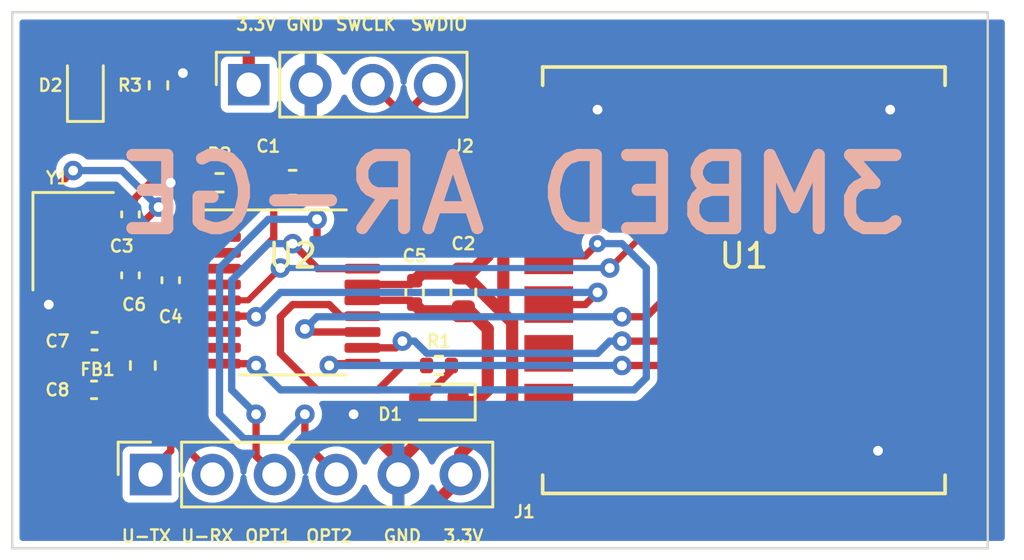
<source format=kicad_pcb>
(kicad_pcb (version 20211014) (generator pcbnew)
  (layers (0 "F.Cu" signal) (31 "B.Cu" signal) (34 "B.Paste" user) (35 "F.Paste" user) (36 "B.SilkS" user "B.Silkscreen") (37 "F.SilkS" user "F.Silkscreen") (38 "B.Mask" user) (39 "F.Mask" user) (44 "Edge.Cuts" user))
  (net 0 "")
  (net 1 "GND")
  (net 2 "Net-(C1-Pad2)")
  (net 3 "+3.3V")
  (net 4 "OSC32_IN")
  (net 5 "+3.3VA")
  (net 6 "OSC32_OUT")
  (net 7 "Net-(D1-Pad2)")
  (net 8 "Net-(D2-Pad1)")
  (net 9 "USART1-TX")
  (net 10 "USART1-RX")
  (net 11 "Optional-1")
  (net 12 "Optional-2")
  (net 13 "SWCLK")
  (net 14 "SWDIO")
  (net 15 "LED1")
  (net 16 "Net-(R2-Pad2)")
  (net 17 "LORA-RESET")
  (net 18 "LORA-DIO0")
  (net 24 "SPI1-SCK")
  (net 25 "SPI1-MISO")
  (net 26 "SPI1-MOSI")
  (net 27 "LORA-NSS")
  (footprint "LED_SMD:LED_0603_1608Metric" (layer "F.Cu") (at 180 93.5 90)
    (fp_text reference "D2" (at 0 -1.43 180) (layer "F.SilkS") (effects (font (size 0.5 0.5) (thickness 0.1))))
    (fp_text value "LED" hide)
    (fp_line (start 0.8 -0.735) (end -1.485 -0.735) (layer "F.SilkS") (width 0.12))
    (fp_line (start -1.485 -0.735) (end -1.485 0.735) (layer "F.SilkS") (width 0.12))
    (fp_line (start -1.485 0.735) (end 0.8 0.735) (layer "F.SilkS") (width 0.12))
    (pad "1" smd roundrect (at -0.7875 0 90) (size 0.875 0.95) (layers "F.Cu" "F.Paste" "F.Mask") (net 8 "Net-(D2-Pad1)"))
    (pad "2" smd roundrect (at 0.7875 0 90) (size 0.875 0.95) (layers "F.Cu" "F.Paste" "F.Mask") (net 3 "+3.3V"))
  )
  (footprint "Capacitor_SMD:C_0402_1005Metric" (layer "F.Cu") (at 180.37625 104 180)
    (fp_text reference "C7" (at 1.52 0) (layer "F.SilkS") (effects (font (size 0.5 0.5) (thickness 0.1))))
    (fp_text value "1u" hide)
    (fp_line (start -0.107836 0.36) (end 0.107836 0.36) (layer "F.SilkS") (width 0.12))
    (fp_line (start -0.107836 -0.36) (end 0.107836 -0.36) (layer "F.SilkS") (width 0.12))
    (pad "1" smd roundrect (at -0.48 0 180) (size 0.56 0.62) (layers "F.Cu" "F.Paste" "F.Mask") (net 5 "+3.3VA"))
    (pad "2" smd roundrect (at 0.48 0 180) (size 0.56 0.62) (layers "F.Cu" "F.Paste" "F.Mask") (net 1 "GND"))
  )
  (footprint "Inductor_SMD:L_0603_1608Metric" (layer "F.Cu") (at 182.35625 105 -90)
    (fp_text reference "FB1" (at 0.162779 1.85625 180) (layer "F.SilkS") (effects (font (size 0.5 0.5) (thickness 0.1))))
    (fp_text value "120R" hide)
    (fp_line (start -0.162779 0.51) (end 0.162779 0.51) (layer "F.SilkS") (width 0.12))
    (fp_line (start -0.162779 -0.51) (end 0.162779 -0.51) (layer "F.SilkS") (width 0.12))
    (pad "1" smd roundrect (at -0.7875 0 270) (size 0.875 0.95) (layers "F.Cu" "F.Paste" "F.Mask") (net 5 "+3.3VA"))
    (pad "2" smd roundrect (at 0.7875 0 270) (size 0.875 0.95) (layers "F.Cu" "F.Paste" "F.Mask") (net 3 "+3.3V"))
  )
  (footprint "Crystal:Crystal_SMD_3225-4Pin_3.2x2.5mm" (layer "F.Cu") (at 179.5 99.9 -90)
    (fp_text reference "Y1" (at -2.6 0.65 180) (layer "F.SilkS") (effects (font (size 0.5 0.5) (thickness 0.1))))
    (fp_text value "16MHz" hide)
    (fp_line (start -2 1.65) (end 2 1.65) (layer "F.SilkS") (width 0.12))
    (fp_line (start -2 -1.65) (end -2 1.65) (layer "F.SilkS") (width 0.12))
    (pad "1" smd rect (at -1.1 0.85 270) (size 1.4 1.2) (layers "F.Cu" "F.Paste" "F.Mask") (net 4 "OSC32_IN"))
    (pad "2" smd rect (at 1.1 0.85 270) (size 1.4 1.2) (layers "F.Cu" "F.Paste" "F.Mask") (net 1 "GND"))
    (pad "3" smd rect (at 1.1 -0.85 270) (size 1.4 1.2) (layers "F.Cu" "F.Paste" "F.Mask") (net 6 "OSC32_OUT"))
    (pad "4" smd rect (at -1.1 -0.85 270) (size 1.4 1.2) (layers "F.Cu" "F.Paste" "F.Mask") (net 1 "GND"))
  )
  (footprint "RF_Module:Ai-Thinker-Ra-01-LoRa" (layer "F.Cu") (at 207 101.5)
    (fp_text reference "U1" (at 0 -1) (layer "F.SilkS"))
    (fp_text value "Ai-Thinker-Ra-02" hide)
    (fp_line (start 8.25 8.75) (end 8.25 8) (layer "F.SilkS") (width 0.15))
    (fp_line (start 8.25 -8.75) (end 8.25 -8) (layer "F.SilkS") (width 0.15))
    (fp_line (start -8.25 8.75) (end 8.25 8.75) (layer "F.SilkS") (width 0.15))
    (fp_line (start -8.25 -8.75) (end 8.25 -8.75) (layer "F.SilkS") (width 0.15))
    (fp_line (start -8.25 -8) (end -8.25 -8.75) (layer "F.SilkS") (width 0.15))
    (fp_line (start -8.25 8) (end -8.25 8.75) (layer "F.SilkS") (width 0.15))
    (pad "1" smd rect (at -8 -7) (size 2 1.5) (layers "F.Cu" "F.Paste" "F.Mask") (net 1 "GND"))
    (pad "2" smd rect (at -8 -5) (size 2 1.5) (layers "F.Cu" "F.Paste" "F.Mask") (net 1 "GND"))
    (pad "3" smd rect (at -8 -3) (size 2 1.5) (layers "F.Cu" "F.Paste" "F.Mask") (net 3 "+3.3V"))
    (pad "4" smd rect (at -8 -1) (size 2 1.5) (layers "F.Cu" "F.Paste" "F.Mask") (net 17 "LORA-RESET"))
    (pad "5" smd rect (at -8 1) (size 2 1.5) (layers "F.Cu" "F.Paste" "F.Mask") (net 18 "LORA-DIO0"))
    (pad "6" smd rect (at -8 3) (size 2 1.5) (layers "F.Cu" "F.Paste" "F.Mask"))
    (pad "7" smd rect (at -8 5) (size 2 1.5) (layers "F.Cu" "F.Paste" "F.Mask"))
    (pad "8" smd rect (at -8 7) (size 2 1.5) (layers "F.Cu" "F.Paste" "F.Mask"))
    (pad "9" smd rect (at 8 7) (size 2 1.5) (layers "F.Cu" "F.Paste" "F.Mask") (net 1 "GND"))
    (pad "10" smd rect (at 8 5) (size 2 1.5) (layers "F.Cu" "F.Paste" "F.Mask"))
    (pad "11" smd rect (at 8 3) (size 2 1.5) (layers "F.Cu" "F.Paste" "F.Mask"))
    (pad "12" smd rect (at 8 1) (size 2 1.5) (layers "F.Cu" "F.Paste" "F.Mask") (net 24 "SPI1-SCK"))
    (pad "13" smd rect (at 8 -1) (size 2 1.5) (layers "F.Cu" "F.Paste" "F.Mask") (net 25 "SPI1-MISO"))
    (pad "14" smd rect (at 8 -3) (size 2 1.5) (layers "F.Cu" "F.Paste" "F.Mask") (net 26 "SPI1-MOSI"))
    (pad "15" smd rect (at 8 -5) (size 2 1.5) (layers "F.Cu" "F.Paste" "F.Mask") (net 27 "LORA-NSS"))
    (pad "16" smd rect (at 8 -7) (size 2 1.5) (layers "F.Cu" "F.Paste" "F.Mask") (net 1 "GND"))
  )
  (footprint "Package_SO:TSSOP-20_4.4x6.5mm_P0.65mm" (layer "F.Cu") (at 188.5 102)
    (fp_text reference "U2" (at 0 -1.5) (layer "F.SilkS"))
    (fp_text value "STM32F030F4Px" hide)
    (fp_line (start 0 3.385) (end 2.2 3.385) (layer "F.SilkS") (width 0.12))
    (fp_line (start 0 -3.385) (end 2.2 -3.385) (layer "F.SilkS") (width 0.12))
    (fp_line (start 0 -3.385) (end -3.6 -3.385) (layer "F.SilkS") (width 0.12))
    (fp_line (start 0 3.385) (end -2.2 3.385) (layer "F.SilkS") (width 0.12))
    (pad "1" smd roundrect (at -2.8625 -2.925) (size 1.475 0.4) (layers "F.Cu" "F.Paste" "F.Mask") (net 16 "Net-(R2-Pad2)"))
    (pad "2" smd roundrect (at -2.8625 -2.275) (size 1.475 0.4) (layers "F.Cu" "F.Paste" "F.Mask") (net 4 "OSC32_IN"))
    (pad "3" smd roundrect (at -2.8625 -1.625) (size 1.475 0.4) (layers "F.Cu" "F.Paste" "F.Mask") (net 6 "OSC32_OUT"))
    (pad "4" smd roundrect (at -2.8625 -0.975) (size 1.475 0.4) (layers "F.Cu" "F.Paste" "F.Mask") (net 2 "Net-(C1-Pad2)"))
    (pad "5" smd roundrect (at -2.8625 -0.325) (size 1.475 0.4) (layers "F.Cu" "F.Paste" "F.Mask") (net 5 "+3.3VA"))
    (pad "6" smd roundrect (at -2.8625 0.325) (size 1.475 0.4) (layers "F.Cu" "F.Paste" "F.Mask") (net 27 "LORA-NSS"))
    (pad "7" smd roundrect (at -2.8625 0.975) (size 1.475 0.4) (layers "F.Cu" "F.Paste" "F.Mask") (net 18 "LORA-DIO0"))
    (pad "8" smd roundrect (at -2.8625 1.625) (size 1.475 0.4) (layers "F.Cu" "F.Paste" "F.Mask") (net 9 "USART1-TX"))
    (pad "9" smd roundrect (at -2.8625 2.275) (size 1.475 0.4) (layers "F.Cu" "F.Paste" "F.Mask") (net 10 "USART1-RX"))
    (pad "10" smd roundrect (at -2.8625 2.925) (size 1.475 0.4) (layers "F.Cu" "F.Paste" "F.Mask") (net 17 "LORA-RESET"))
    (pad "11" smd roundrect (at 2.8625 2.925) (size 1.475 0.4) (layers "F.Cu" "F.Paste" "F.Mask") (net 24 "SPI1-SCK"))
    (pad "12" smd roundrect (at 2.8625 2.275) (size 1.475 0.4) (layers "F.Cu" "F.Paste" "F.Mask") (net 25 "SPI1-MISO"))
    (pad "13" smd roundrect (at 2.8625 1.625) (size 1.475 0.4) (layers "F.Cu" "F.Paste" "F.Mask") (net 26 "SPI1-MOSI"))
    (pad "14" smd roundrect (at 2.8625 0.975) (size 1.475 0.4) (layers "F.Cu" "F.Paste" "F.Mask") (net 15 "LED1"))
    (pad "15" smd roundrect (at 2.8625 0.325) (size 1.475 0.4) (layers "F.Cu" "F.Paste" "F.Mask") (net 1 "GND"))
    (pad "16" smd roundrect (at 2.8625 -0.325) (size 1.475 0.4) (layers "F.Cu" "F.Paste" "F.Mask") (net 3 "+3.3V"))
    (pad "17" smd roundrect (at 2.8625 -0.975) (size 1.475 0.4) (layers "F.Cu" "F.Paste" "F.Mask") (net 11 "Optional-1"))
    (pad "18" smd roundrect (at 2.8625 -1.625) (size 1.475 0.4) (layers "F.Cu" "F.Paste" "F.Mask") (net 12 "Optional-2"))
    (pad "19" smd roundrect (at 2.8625 -2.275) (size 1.475 0.4) (layers "F.Cu" "F.Paste" "F.Mask") (net 14 "SWDIO"))
    (pad "20" smd roundrect (at 2.8625 -2.925) (size 1.475 0.4) (layers "F.Cu" "F.Paste" "F.Mask") (net 13 "SWCLK"))
  )
  (footprint "Connector_PinSocket_2.54mm:PinSocket_1x04_P2.54mm_Vertical" (layer "F.Cu") (at 186.7 93.475 90)
    (fp_text reference "J2" (at -2.525 8.8 180) (layer "F.SilkS") (effects (font (size 0.5 0.5) (thickness 0.1))))
    (fp_text value "Conn_01x04_Female" hide)
    (fp_line (start 1.33 -1.33) (end 1.33 0) (layer "F.SilkS") (width 0.12))
    (fp_line (start 1.33 1.27) (end 1.33 8.95) (layer "F.SilkS") (width 0.12))
    (fp_line (start 0 -1.33) (end 1.33 -1.33) (layer "F.SilkS") (width 0.12))
    (fp_line (start -1.33 8.95) (end 1.33 8.95) (layer "F.SilkS") (width 0.12))
    (fp_line (start -1.33 1.27) (end 1.33 1.27) (layer "F.SilkS") (width 0.12))
    (fp_line (start -1.33 1.27) (end -1.33 8.95) (layer "F.SilkS") (width 0.12))
    (pad "1" thru_hole rect (at 0 0 90) (size 1.7 1.7) (drill 1) (layers *.Cu *.Mask) (net 3 "+3.3V"))
    (pad "2" thru_hole oval (at 0 2.54 90) (size 1.7 1.7) (drill 1) (layers *.Cu *.Mask) (net 1 "GND"))
    (pad "3" thru_hole oval (at 0 5.08 90) (size 1.7 1.7) (drill 1) (layers *.Cu *.Mask) (net 13 "SWCLK"))
    (pad "4" thru_hole oval (at 0 7.62 90) (size 1.7 1.7) (drill 1) (layers *.Cu *.Mask) (net 14 "SWDIO"))
  )
  (footprint "Capacitor_SMD:C_0603_1608Metric" (layer "F.Cu") (at 188.5 97.5 180)
    (fp_text reference "C1" (at 1 1.5) (layer "F.SilkS") (effects (font (size 0.5 0.5) (thickness 0.1))))
    (fp_text value "100n" hide)
    (fp_line (start -0.14058 -0.51) (end 0.14058 -0.51) (layer "F.SilkS") (width 0.12))
    (fp_line (start -0.14058 0.51) (end 0.14058 0.51) (layer "F.SilkS") (width 0.12))
    (pad "1" smd roundrect (at -0.775 0 180) (size 0.9 0.95) (layers "F.Cu" "F.Paste" "F.Mask") (net 1 "GND"))
    (pad "2" smd roundrect (at 0.775 0 180) (size 0.9 0.95) (layers "F.Cu" "F.Paste" "F.Mask") (net 2 "Net-(C1-Pad2)"))
  )
  (footprint "LED_SMD:LED_0603_1608Metric" (layer "F.Cu") (at 194.5 106.5 180)
    (fp_text reference "D1" (at 2 -0.5) (layer "F.SilkS") (effects (font (size 0.5 0.5) (thickness 0.1))))
    (fp_text value "LED" hide)
    (fp_line (start -1.485 -0.735) (end -1.485 0.735) (layer "F.SilkS") (width 0.12))
    (fp_line (start -1.485 0.735) (end 0.8 0.735) (layer "F.SilkS") (width 0.12))
    (fp_line (start 0.8 -0.735) (end -1.485 -0.735) (layer "F.SilkS") (width 0.12))
    (pad "1" smd roundrect (at -0.7875 0 180) (size 0.875 0.95) (layers "F.Cu" "F.Paste" "F.Mask") (net 1 "GND"))
    (pad "2" smd roundrect (at 0.7875 0 180) (size 0.875 0.95) (layers "F.Cu" "F.Paste" "F.Mask") (net 7 "Net-(D1-Pad2)"))
  )
  (footprint "Capacitor_SMD:C_0603_1608Metric" (layer "F.Cu") (at 195.5 102 -90)
    (fp_text reference "C2" (at -2 0 180) (layer "F.SilkS") (effects (font (size 0.5 0.5) (thickness 0.1))))
    (fp_text value "10u" hide)
    (fp_line (start -0.14058 -0.51) (end 0.14058 -0.51) (layer "F.SilkS") (width 0.12))
    (fp_line (start -0.14058 0.51) (end 0.14058 0.51) (layer "F.SilkS") (width 0.12))
    (pad "1" smd roundrect (at -0.775 0 270) (size 0.9 0.95) (layers "F.Cu" "F.Paste" "F.Mask") (net 3 "+3.3V"))
    (pad "2" smd roundrect (at 0.775 0 270) (size 0.9 0.95) (layers "F.Cu" "F.Paste" "F.Mask") (net 1 "GND"))
  )
  (footprint "Resistor_SMD:R_0402_1005Metric" (layer "F.Cu") (at 183 93.5 90)
    (fp_text reference "R3" (at 0 -1.17 180) (layer "F.SilkS") (effects (font (size 0.5 0.5) (thickness 0.1))))
    (fp_text value "330R" hide)
    (fp_line (start -0.153641 0.38) (end 0.153641 0.38) (layer "F.SilkS") (width 0.12))
    (fp_line (start -0.153641 -0.38) (end 0.153641 -0.38) (layer "F.SilkS") (width 0.12))
    (pad "1" smd roundrect (at -0.51 0 90) (size 0.54 0.64) (layers "F.Cu" "F.Paste" "F.Mask") (net 8 "Net-(D2-Pad1)"))
    (pad "2" smd roundrect (at 0.51 0 90) (size 0.54 0.64) (layers "F.Cu" "F.Paste" "F.Mask") (net 1 "GND"))
  )
  (footprint "Resistor_SMD:R_0402_1005Metric" (layer "F.Cu") (at 185.5 97.5)
    (fp_text reference "R2" (at 0 -1.17) (layer "F.SilkS") (effects (font (size 0.5 0.5) (thickness 0.1))))
    (fp_text value "R" hide)
    (fp_line (start -0.153641 0.38) (end 0.153641 0.38) (layer "F.SilkS") (width 0.12))
    (fp_line (start -0.153641 -0.38) (end 0.153641 -0.38) (layer "F.SilkS") (width 0.12))
    (pad "1" smd roundrect (at -0.51 0) (size 0.54 0.64) (layers "F.Cu" "F.Paste" "F.Mask") (net 1 "GND"))
    (pad "2" smd roundrect (at 0.51 0) (size 0.54 0.64) (layers "F.Cu" "F.Paste" "F.Mask") (net 16 "Net-(R2-Pad2)"))
  )
  (footprint "Capacitor_SMD:C_0402_1005Metric" (layer "F.Cu") (at 183.5 101.5 90)
    (fp_text reference "C4" (at -1.5 0 180) (layer "F.SilkS") (effects (font (size 0.5 0.5) (thickness 0.1))))
    (fp_text value "10n" hide)
    (fp_line (start -0.107836 -0.36) (end 0.107836 -0.36) (layer "F.SilkS") (width 0.12))
    (fp_line (start -0.107836 0.36) (end 0.107836 0.36) (layer "F.SilkS") (width 0.12))
    (pad "1" smd roundrect (at -0.48 0 90) (size 0.56 0.62) (layers "F.Cu" "F.Paste" "F.Mask") (net 5 "+3.3VA"))
    (pad "2" smd roundrect (at 0.48 0 90) (size 0.56 0.62) (layers "F.Cu" "F.Paste" "F.Mask") (net 1 "GND"))
  )
  (footprint "Capacitor_SMD:C_0402_1005Metric" (layer "F.Cu") (at 181.85 101.3 -90)
    (fp_text reference "C6" (at 1.2 -0.15) (layer "F.SilkS") (effects (font (size 0.5 0.5) (thickness 0.1))))
    (fp_text value "10p" hide)
    (fp_line (start -0.107836 -0.36) (end 0.107836 -0.36) (layer "F.SilkS") (width 0.12))
    (fp_line (start -0.107836 0.36) (end 0.107836 0.36) (layer "F.SilkS") (width 0.12))
    (pad "1" smd roundrect (at -0.48 0 270) (size 0.56 0.62) (layers "F.Cu" "F.Paste" "F.Mask") (net 6 "OSC32_OUT"))
    (pad "2" smd roundrect (at 0.48 0 270) (size 0.56 0.62) (layers "F.Cu" "F.Paste" "F.Mask") (net 1 "GND"))
  )
  (footprint "Capacitor_SMD:C_0402_1005Metric" (layer "F.Cu") (at 181.85 98.8 90)
    (fp_text reference "C3" (at -1.3 -0.36) (layer "F.SilkS") (effects (font (size 0.5 0.5) (thickness 0.1))))
    (fp_text value "10p" hide)
    (fp_line (start -0.107836 -0.36) (end 0.107836 -0.36) (layer "F.SilkS") (width 0.12))
    (fp_line (start -0.107836 0.36) (end 0.107836 0.36) (layer "F.SilkS") (width 0.12))
    (pad "1" smd roundrect (at -0.48 0 90) (size 0.56 0.62) (layers "F.Cu" "F.Paste" "F.Mask") (net 4 "OSC32_IN"))
    (pad "2" smd roundrect (at 0.48 0 90) (size 0.56 0.62) (layers "F.Cu" "F.Paste" "F.Mask") (net 1 "GND"))
  )
  (footprint "Connector_PinSocket_2.54mm:PinSocket_1x06_P2.54mm_Vertical" (layer "F.Cu") (at 182.675 109.475 90)
    (fp_text reference "J1" (at -1.525 15.325) (layer "F.SilkS") (effects (font (size 0.5 0.5) (thickness 0.1))))
    (fp_text value "Conn_01x06_Female" hide)
    (fp_line (start 1.33 1.27) (end 1.33 14.03) (layer "F.SilkS") (width 0.12))
    (fp_line (start 1.33 -1.33) (end 1.33 0) (layer "F.SilkS") (width 0.12))
    (fp_line (start -1.33 1.27) (end 1.33 1.27) (layer "F.SilkS") (width 0.12))
    (fp_line (start -1.33 1.27) (end -1.33 14.03) (layer "F.SilkS") (width 0.12))
    (fp_line (start -1.33 14.03) (end 1.33 14.03) (layer "F.SilkS") (width 0.12))
    (fp_line (start 0 -1.33) (end 1.33 -1.33) (layer "F.SilkS") (width 0.12))
    (pad "1" thru_hole rect (at 0 0 90) (size 1.7 1.7) (drill 1) (layers *.Cu *.Mask) (net 9 "USART1-TX"))
    (pad "2" thru_hole oval (at 0 2.54 90) (size 1.7 1.7) (drill 1) (layers *.Cu *.Mask) (net 10 "USART1-RX"))
    (pad "3" thru_hole oval (at 0 5.08 90) (size 1.7 1.7) (drill 1) (layers *.Cu *.Mask) (net 11 "Optional-1"))
    (pad "4" thru_hole oval (at 0 7.62 90) (size 1.7 1.7) (drill 1) (layers *.Cu *.Mask) (net 12 "Optional-2"))
    (pad "5" thru_hole oval (at 0 10.16 90) (size 1.7 1.7) (drill 1) (layers *.Cu *.Mask) (net 1 "GND"))
    (pad "6" thru_hole oval (at 0 12.7 90) (size 1.7 1.7) (drill 1) (layers *.Cu *.Mask) (net 3 "+3.3V"))
  )
  (footprint "Resistor_SMD:R_0402_1005Metric" (layer "F.Cu") (at 194.5 105 180)
    (fp_text reference "R1" (at 0 1) (layer "F.SilkS") (effects (font (size 0.5 0.5) (thickness 0.1))))
    (fp_text value "330R" hide)
    (fp_line (start -0.153641 0.38) (end 0.153641 0.38) (layer "F.SilkS") (width 0.12))
    (fp_line (start -0.153641 -0.38) (end 0.153641 -0.38) (layer "F.SilkS") (width 0.12))
    (pad "1" smd roundrect (at -0.51 0 180) (size 0.54 0.64) (layers "F.Cu" "F.Paste" "F.Mask") (net 7 "Net-(D1-Pad2)"))
    (pad "2" smd roundrect (at 0.51 0 180) (size 0.54 0.64) (layers "F.Cu" "F.Paste" "F.Mask") (net 15 "LED1"))
  )
  (footprint "Capacitor_SMD:C_0402_1005Metric" (layer "F.Cu") (at 193.5 102 -90)
    (fp_text reference "C5" (at -1.5 0 180) (layer "F.SilkS") (effects (font (size 0.5 0.5) (thickness 0.1))))
    (fp_text value "100n" hide)
    (fp_line (start -0.107836 0.36) (end 0.107836 0.36) (layer "F.SilkS") (width 0.12))
    (fp_line (start -0.107836 -0.36) (end 0.107836 -0.36) (layer "F.SilkS") (width 0.12))
    (pad "1" smd roundrect (at -0.48 0 270) (size 0.56 0.62) (layers "F.Cu" "F.Paste" "F.Mask") (net 3 "+3.3V"))
    (pad "2" smd roundrect (at 0.48 0 270) (size 0.56 0.62) (layers "F.Cu" "F.Paste" "F.Mask") (net 1 "GND"))
  )
  (footprint "Capacitor_SMD:C_0402_1005Metric" (layer "F.Cu") (at 180.35625 106 180)
    (fp_text reference "C8" (at 1.5 0) (layer "F.SilkS") (effects (font (size 0.5 0.5) (thickness 0.1))))
    (fp_text value "1u" hide)
    (fp_line (start -0.107836 -0.36) (end 0.107836 -0.36) (layer "F.SilkS") (width 0.12))
    (fp_line (start -0.107836 0.36) (end 0.107836 0.36) (layer "F.SilkS") (width 0.12))
    (pad "1" smd roundrect (at -0.48 0 180) (size 0.56 0.62) (layers "F.Cu" "F.Paste" "F.Mask") (net 3 "+3.3V"))
    (pad "2" smd roundrect (at 0.48 0 180) (size 0.56 0.62) (layers "F.Cu" "F.Paste" "F.Mask") (net 1 "GND"))
  )
  (gr_rect (start 177 90.5) (end 217 112.5) (layer "Edge.Cuts") (width 0.1) (fill none))
  (gr_text "3MBED AR-GE" (at 197.5 98) (layer "B.SilkS") (effects (font (size 3 3) (thickness 0.5)) (justify mirror)))
  (gr_text "3.3V" (at 195.5 112) (layer "F.SilkS") (effects (font (size 0.5 0.5) (thickness 0.1))))
  (gr_text "GND" (at 189 91) (layer "F.SilkS") (effects (font (size 0.5 0.5) (thickness 0.1))))
  (gr_text "OPT1" (at 187.5 112) (layer "F.SilkS") (effects (font (size 0.5 0.5) (thickness 0.1))))
  (gr_text "3.3V" (at 187 91) (layer "F.SilkS") (effects (font (size 0.5 0.5) (thickness 0.1))))
  (gr_text "OPT2" (at 190 112) (layer "F.SilkS") (effects (font (size 0.5 0.5) (thickness 0.1))))
  (gr_text "SWCLK" (at 191.5 91) (layer "F.SilkS") (effects (font (size 0.5 0.5) (thickness 0.1))))
  (gr_text "SWDIO" (at 194.5 91) (layer "F.SilkS") (effects (font (size 0.5 0.5) (thickness 0.1))))
  (gr_text "GND" (at 193 112) (layer "F.SilkS") (effects (font (size 0.5 0.5) (thickness 0.1))))
  (gr_text "U-TX" (at 182.5 112) (layer "F.SilkS") (effects (font (size 0.5 0.5) (thickness 0.1))))
  (gr_text "U-RX" (at 185 112) (layer "F.SilkS") (effects (font (size 0.5 0.5) (thickness 0.1))))
  (segment (start 196 106.5) (end 195.2875 106.5) (width 0.5) (layer "F.Cu") (net 1))
  (segment (start 184.99 97.5) (end 183.5 97.5) (width 0.3) (layer "F.Cu") (net 1))
  (segment (start 192.835 109.475) (end 192.835 108.9525) (width 0.5) (layer "F.Cu") (net 1))
  (segment (start 181.85 98.32) (end 180.83 98.32) (width 0.3) (layer "F.Cu") (net 1))
  (segment (start 178.65 101) (end 178.65 101.15) (width 0.3) (layer "F.Cu") (net 1))
  (segment (start 215 108.5) (end 212.5 108.5) (width 0.5) (layer "F.Cu") (net 1))
  (segment (start 199 96.5) (end 199 94.5) (width 0.5) (layer "F.Cu") (net 1))
  (segment (start 189.24 97.465) (end 189.275 97.5) (width 0.5) (layer "F.Cu") (net 1))
  (segment (start 189.24 93.475) (end 189.24 97.465) (width 0.5) (layer "F.Cu") (net 1))
  (segment (start 183.99 92.99) (end 184 93) (width 0.3) (layer "F.Cu") (net 1))
  (segment (start 178.65 102.35) (end 178.5 102.5) (width 0.3) (layer "F.Cu") (net 1))
  (segment (start 179.87625 106) (end 179.87625 104.02) (width 0.3) (layer "F.Cu") (net 1))
  (segment (start 192.835 108.835) (end 191 107) (width 0.5) (layer "F.Cu") (net 1))
  (segment (start 183.5 101.02) (end 182.98 101.02) (width 0.3) (layer "F.Cu") (net 1))
  (segment (start 179.87625 104.02) (end 179.89625 104) (width 0.3) (layer "F.Cu") (net 1))
  (segment (start 193.795 102.775) (end 193.5 102.48) (width 0.5) (layer "F.Cu") (net 1))
  (segment (start 183 92.99) (end 183.99 92.99) (width 0.3) (layer "F.Cu") (net 1))
  (segment (start 195.5 102.775) (end 195.775 102.775) (width 0.5) (layer "F.Cu") (net 1))
  (segment (start 181.85 98.32) (end 182.67 97.5) (width 0.3) (layer "F.Cu") (net 1))
  (segment (start 178.65 101) (end 178.65 102.35) (width 0.3) (layer "F.Cu") (net 1))
  (segment (start 181.85 101.78) (end 181.72 101.78) (width 0.3) (layer "F.Cu") (net 1))
  (segment (start 182.22 101.78) (end 181.85 101.78) (width 0.3) (layer "F.Cu") (net 1))
  (segment (start 178.65 101.15) (end 180.5 103) (width 0.3) (layer "F.Cu") (net 1))
  (segment (start 179.89625 104) (end 179.89625 103.60375) (width 0.3) (layer "F.Cu") (net 1))
  (segment (start 180.83 98.32) (end 180.35 98.8) (width 0.3) (layer "F.Cu") (net 1))
  (segment (start 215 94.5) (end 213 94.5) (width 0.5) (layer "F.Cu") (net 1))
  (segment (start 193.345 102.325) (end 193.5 102.48) (width 0.3) (layer "F.Cu") (net 1))
  (segment (start 192.835 108.9525) (end 195.2875 106.5) (width 0.5) (layer "F.Cu") (net 1))
  (segment (start 196.5 106) (end 196 106.5) (width 0.5) (layer "F.Cu") (net 1))
  (segment (start 191.3625 102.325) (end 193.345 102.325) (width 0.3) (layer "F.Cu") (net 1))
  (segment (start 182.67 97.5) (end 183.5 97.5) (width 0.3) (layer "F.Cu") (net 1))
  (segment (start 182.98 101.02) (end 182.22 101.78) (width 0.3) (layer "F.Cu") (net 1))
  (segment (start 195.775 102.775) (end 196.5 103.5) (width 0.5) (layer "F.Cu") (net 1))
  (segment (start 179.89625 103.60375) (end 180.5 103) (width 0.3) (layer "F.Cu") (net 1))
  (segment (start 199 94.5) (end 201 94.5) (width 0.5) (layer "F.Cu") (net 1))
  (segment (start 196.5 103.5) (end 196.5 106) (width 0.5) (layer "F.Cu") (net 1))
  (segment (start 192.835 109.475) (end 192.835 108.835) (width 0.5) (layer "F.Cu") (net 1))
  (segment (start 195.5 102.775) (end 193.795 102.775) (width 0.5) (layer "F.Cu") (net 1))
  (segment (start 181.72 101.78) (end 180.5 103) (width 0.3) (layer "F.Cu") (net 1))
  (via (at 213 94.5) (size 0.8) (drill 0.4) (layers "F.Cu" "B.Cu") (net 1))
  (via (at 178.5 102.5) (size 0.8) (drill 0.4) (layers "F.Cu" "B.Cu") (net 1))
  (via (at 201 94.5) (size 0.8) (drill 0.4) (layers "F.Cu" "B.Cu") (net 1))
  (via (at 184 93) (size 0.8) (drill 0.4) (layers "F.Cu" "B.Cu") (net 1))
  (via (at 183.5 97.5) (size 0.8) (drill 0.4) (layers "F.Cu" "B.Cu") (net 1))
  (via (at 212.5 108.5) (size 0.8) (drill 0.4) (layers "F.Cu" "B.Cu") (net 1))
  (via (at 191 107) (size 0.8) (drill 0.4) (layers "F.Cu" "B.Cu") (net 1))
  (segment (start 187.725 97.5) (end 187.725 99.775) (width 0.3) (layer "F.Cu") (net 2))
  (segment (start 187.725 99.775) (end 186.475 101.025) (width 0.3) (layer "F.Cu") (net 2))
  (segment (start 186.475 101.025) (end 185.6375 101.025) (width 0.3) (layer "F.Cu") (net 2))
  (segment (start 186.7 93.475) (end 186.7 91.8) (width 0.5) (layer "F.Cu") (net 3))
  (segment (start 181.5 111) (end 181 110.5) (width 0.5) (layer "F.Cu") (net 3))
  (segment (start 195.775 101.225) (end 195.5 101.225) (width 0.5) (layer "F.Cu") (net 3))
  (segment (start 194 111) (end 181.5 111) (width 0.5) (layer "F.Cu") (net 3))
  (segment (start 197.1375 98.8625) (end 197.5 98.5) (width 0.5) (layer "F.Cu") (net 3))
  (segment (start 196.3 91.8) (end 196.5 92) (width 0.5) (layer "F.Cu") (net 3))
  (segment (start 196.5 100.5) (end 195.775 101.225) (width 0.5) (layer "F.Cu") (net 3))
  (segment (start 197.5 106.5) (end 197.5 103.225) (width 0.5) (layer "F.Cu") (net 3))
  (segment (start 186.7 91.8) (end 180.9125 91.8) (width 0.5) (layer "F.Cu") (net 3))
  (segment (start 195.5 101.225) (end 193.795 101.225) (width 0.5) (layer "F.Cu") (net 3))
  (segment (start 197.5 103.225) (end 197.1375 102.8625) (width 0.5) (layer "F.Cu") (net 3))
  (segment (start 193.345 101.675) (end 191.3625 101.675) (width 0.3) (layer "F.Cu") (net 3))
  (segment (start 197.5 98.5) (end 199 98.5) (width 0.5) (layer "F.Cu") (net 3))
  (segment (start 195.375 109.475) (end 195.375 108.625) (width 0.5) (layer "F.Cu") (net 3))
  (segment (start 181.04875 105.7875) (end 180.83625 106) (width 0.3) (layer "F.Cu") (net 3))
  (segment (start 195.375 109.625) (end 194 111) (width 0.5) (layer "F.Cu") (net 3))
  (segment (start 182.35625 105.7875) (end 181.04875 105.7875) (width 0.3) (layer "F.Cu") (net 3))
  (segment (start 196.5 92) (end 196.5 100.5) (width 0.5) (layer "F.Cu") (net 3))
  (segment (start 197.1375 102.8625) (end 197.1375 98.8625) (width 0.5) (layer "F.Cu") (net 3))
  (segment (start 180.9125 91.8) (end 180 92.7125) (width 0.5) (layer "F.Cu") (net 3))
  (segment (start 193.795 101.225) (end 193.5 101.52) (width 0.5) (layer "F.Cu") (net 3))
  (segment (start 193.5 101.52) (end 193.345 101.675) (width 0.3) (layer "F.Cu") (net 3))
  (segment (start 181 110.5) (end 181 107.14375) (width 0.5) (layer "F.Cu") (net 3))
  (segment (start 186.7 91.8) (end 196.3 91.8) (width 0.5) (layer "F.Cu") (net 3))
  (segment (start 195.375 109.475) (end 195.375 109.625) (width 0.5) (layer "F.Cu") (net 3))
  (segment (start 195.375 108.625) (end 197.5 106.5) (width 0.5) (layer "F.Cu") (net 3))
  (segment (start 181 107.14375) (end 182.35625 105.7875) (width 0.5) (layer "F.Cu") (net 3))
  (segment (start 197.1375 102.8625) (end 195.5 101.225) (width 0.5) (layer "F.Cu") (net 3))
  (segment (start 185.6375 99.725) (end 182.295 99.725) (width 0.3) (layer "F.Cu") (net 4))
  (segment (start 178.65 97.85) (end 179.5 97) (width 0.3) (layer "F.Cu") (net 4))
  (segment (start 182.295 99.725) (end 181.85 99.28) (width 0.3) (layer "F.Cu") (net 4))
  (segment (start 178.65 98.8) (end 178.65 97.85) (width 0.3) (layer "F.Cu") (net 4))
  (segment (start 183 98.5) (end 182.22 99.28) (width 0.3) (layer "F.Cu") (net 4))
  (segment (start 182.22 99.28) (end 181.85 99.28) (width 0.3) (layer "F.Cu") (net 4))
  (via (at 183 98.5) (size 0.8) (drill 0.4) (layers "F.Cu" "B.Cu") (net 4))
  (via (at 179.5 97) (size 0.8) (drill 0.4) (layers "F.Cu" "B.Cu") (net 4))
  (segment (start 181.5 97) (end 183 98.5) (width 0.3) (layer "B.Cu") (net 4))
  (segment (start 179.5 97) (end 181.5 97) (width 0.3) (layer "B.Cu") (net 4))
  (segment (start 182.85625 102) (end 183.48 102) (width 0.3) (layer "F.Cu") (net 5))
  (segment (start 183.48 102) (end 183.5 101.98) (width 0.3) (layer "F.Cu") (net 5))
  (segment (start 185.6375 101.675) (end 183.805 101.675) (width 0.3) (layer "F.Cu") (net 5))
  (segment (start 183.5 101.98) (end 183.5 102) (width 0.3) (layer "F.Cu") (net 5))
  (segment (start 182.14375 104) (end 182.35625 104.2125) (width 0.3) (layer "F.Cu") (net 5))
  (segment (start 182.85625 102) (end 180.85625 104) (width 0.3) (layer "F.Cu") (net 5))
  (segment (start 183.805 101.675) (end 183.5 101.98) (width 0.3) (layer "F.Cu") (net 5))
  (segment (start 180.85625 104) (end 182.14375 104) (width 0.3) (layer "F.Cu") (net 5))
  (segment (start 182.18 100.82) (end 182.625 100.375) (width 0.3) (layer "F.Cu") (net 6))
  (segment (start 181.67 101) (end 181.85 100.82) (width 0.3) (layer "F.Cu") (net 6))
  (segment (start 180.35 101) (end 181.67 101) (width 0.3) (layer "F.Cu") (net 6))
  (segment (start 181.85 100.82) (end 182.18 100.82) (width 0.3) (layer "F.Cu") (net 6))
  (segment (start 182.625 100.375) (end 185.6375 100.375) (width 0.3) (layer "F.Cu") (net 6))
  (segment (start 195.01 105) (end 195.01 105.2025) (width 0.3) (layer "F.Cu") (net 7))
  (segment (start 195.01 105.2025) (end 193.7125 106.5) (width 0.3) (layer "F.Cu") (net 7))
  (segment (start 182.7225 94.2875) (end 183 94.01) (width 0.3) (layer "F.Cu") (net 8))
  (segment (start 180 94.2875) (end 182.7225 94.2875) (width 0.3) (layer "F.Cu") (net 8))
  (segment (start 184.375 103.625) (end 185.6375 103.625) (width 0.3) (layer "F.Cu") (net 9))
  (segment (start 183.5 104.5) (end 184.375 103.625) (width 0.3) (layer "F.Cu") (net 9))
  (segment (start 183.5 108.5) (end 183.5 104.5) (width 0.3) (layer "F.Cu") (net 9))
  (segment (start 182.675 109.325) (end 183.5 108.5) (width 0.3) (layer "F.Cu") (net 9))
  (segment (start 182.675 109.475) (end 182.675 109.325) (width 0.3) (layer "F.Cu") (net 9))
  (segment (start 185.215 109.475) (end 184 108.26) (width 0.3) (layer "F.Cu") (net 10))
  (segment (start 184.725 104.275) (end 185.6375 104.275) (width 0.3) (layer "F.Cu") (net 10))
  (segment (start 184 108.26) (end 184 105) (width 0.3) (layer "F.Cu") (net 10))
  (segment (start 184 105) (end 184.725 104.275) (width 0.3) (layer "F.Cu") (net 10))
  (segment (start 187.755 109.475) (end 187 108.72) (width 0.3) (layer "F.Cu") (net 11))
  (segment (start 187 108.72) (end 187 107) (width 0.3) (layer "F.Cu") (net 11))
  (segment (start 188.5 100) (end 189.525 101.025) (width 0.3) (layer "F.Cu") (net 11))
  (segment (start 189.525 101.025) (end 191.3625 101.025) (width 0.3) (layer "F.Cu") (net 11))
  (via (at 188.5 100) (size 0.8) (drill 0.4) (layers "F.Cu" "B.Cu") (net 11))
  (via (at 187 107) (size 0.8) (drill 0.4) (layers "F.Cu" "B.Cu") (net 11))
  (segment (start 186 106) (end 187 107) (width 0.3) (layer "B.Cu") (net 11))
  (segment (start 188.5 100) (end 187.5 100) (width 0.3) (layer "B.Cu") (net 11))
  (segment (start 187.5 100) (end 186 101.5) (width 0.3) (layer "B.Cu") (net 11))
  (segment (start 186 101.5) (end 186 106) (width 0.3) (layer "B.Cu") (net 11))
  (segment (start 189.5 100) (end 189.5 99) (width 0.3) (layer "F.Cu") (net 12))
  (segment (start 190.295 109.475) (end 189 108.18) (width 0.3) (layer "F.Cu") (net 12))
  (segment (start 191.3625 100.375) (end 189.875 100.375) (width 0.3) (layer "F.Cu") (net 12))
  (segment (start 189.875 100.375) (end 189.5 100) (width 0.3) (layer "F.Cu") (net 12))
  (segment (start 189 108.18) (end 189 107) (width 0.3) (layer "F.Cu") (net 12))
  (via (at 189 107) (size 0.8) (drill 0.4) (layers "F.Cu" "B.Cu") (net 12))
  (via (at 189.5 99) (size 0.8) (drill 0.4) (layers "F.Cu" "B.Cu") (net 12))
  (segment (start 189 107) (end 188 108) (width 0.3) (layer "B.Cu") (net 12))
  (segment (start 186.5 108) (end 185.5 107) (width 0.3) (layer "B.Cu") (net 12))
  (segment (start 187.5 99) (end 189.5 99) (width 0.3) (layer "B.Cu") (net 12))
  (segment (start 185.5 101) (end 187.5 99) (width 0.3) (layer "B.Cu") (net 12))
  (segment (start 185.5 107) (end 185.5 101) (width 0.3) (layer "B.Cu") (net 12))
  (segment (start 188 108) (end 186.5 108) (width 0.3) (layer "B.Cu") (net 12))
  (segment (start 192.425 99.075) (end 191.3625 99.075) (width 0.3) (layer "F.Cu") (net 13))
  (segment (start 191.78 93.475) (end 193 94.695) (width 0.3) (layer "F.Cu") (net 13))
  (segment (start 193 94.695) (end 193 98.5) (width 0.3) (layer "F.Cu") (net 13))
  (segment (start 193 98.5) (end 192.425 99.075) (width 0.3) (layer "F.Cu") (net 13))
  (segment (start 191.3625 99.725) (end 192.775 99.725) (width 0.3) (layer "F.Cu") (net 14))
  (segment (start 193.5 94.295) (end 194.32 93.475) (width 0.3) (layer "F.Cu") (net 14))
  (segment (start 193.5 99) (end 193.5 94.295) (width 0.3) (layer "F.Cu") (net 14))
  (segment (start 192.775 99.725) (end 193.5 99) (width 0.3) (layer "F.Cu") (net 14))
  (segment (start 192 106) (end 193 105) (width 0.3) (layer "F.Cu") (net 15))
  (segment (start 188 104.5) (end 189.5 106) (width 0.3) (layer "F.Cu") (net 15))
  (segment (start 190 102.5) (end 188.5 102.5) (width 0.3) (layer "F.Cu") (net 15))
  (segment (start 188 103) (end 188 104.5) (width 0.3) (layer "F.Cu") (net 15))
  (segment (start 190.475 102.975) (end 190 102.5) (width 0.3) (layer "F.Cu") (net 15))
  (segment (start 189.5 106) (end 192 106) (width 0.3) (layer "F.Cu") (net 15))
  (segment (start 191.3625 102.975) (end 190.475 102.975) (width 0.3) (layer "F.Cu") (net 15))
  (segment (start 188.5 102.5) (end 188 103) (width 0.3) (layer "F.Cu") (net 15))
  (segment (start 193 105) (end 193.99 105) (width 0.3) (layer "F.Cu") (net 15))
  (segment (start 186.01 97.5) (end 186.01 98.7025) (width 0.3) (layer "F.Cu") (net 16))
  (segment (start 186.01 98.7025) (end 185.6375 99.075) (width 0.3) (layer "F.Cu") (net 16))
  (segment (start 200.5 100.5) (end 201 100) (width 0.3) (layer "F.Cu") (net 17))
  (segment (start 185.6375 104.925) (end 186.925 104.925) (width 0.3) (layer "F.Cu") (net 17))
  (segment (start 199 100.5) (end 200.5 100.5) (width 0.3) (layer "F.Cu") (net 17))
  (segment (start 186.925 104.925) (end 187 105) (width 0.3) (layer "F.Cu") (net 17))
  (via (at 201 100) (size 0.7) (drill 0.3) (layers "F.Cu" "B.Cu") (remove_unused_layers) (net 17))
  (via (at 187 105) (size 0.8) (drill 0.4) (layers "F.Cu" "B.Cu") (net 17))
  (segment (start 203 101) (end 203 105.5) (width 0.3) (layer "B.Cu") (net 17))
  (segment (start 201 100) (end 202 100) (width 0.3) (layer "B.Cu") (net 17))
  (segment (start 202 100) (end 203 101) (width 0.3) (layer "B.Cu") (net 17))
  (segment (start 202.5 106) (end 188 106) (width 0.3) (layer "B.Cu") (net 17))
  (segment (start 188 106) (end 187 105) (width 0.3) (layer "B.Cu") (net 17))
  (segment (start 203 105.5) (end 202.5 106) (width 0.3) (layer "B.Cu") (net 17))
  (segment (start 199 102.5) (end 200.5 102.5) (width 0.3) (layer "F.Cu") (net 18))
  (segment (start 185.6375 102.975) (end 186.975 102.975) (width 0.3) (layer "F.Cu") (net 18))
  (segment (start 186.975 102.975) (end 187 103) (width 0.3) (layer "F.Cu") (net 18))
  (segment (start 200.5 102.5) (end 201 102) (width 0.3) (layer "F.Cu") (net 18))
  (via (at 201 102) (size 0.8) (drill 0.4) (layers "F.Cu" "B.Cu") (net 18))
  (via (at 187 103) (size 0.8) (drill 0.4) (layers "F.Cu" "B.Cu") (net 18))
  (segment (start 201 102) (end 188 102) (width 0.3) (layer "B.Cu") (net 18))
  (segment (start 188 102) (end 187 103) (width 0.3) (layer "B.Cu") (net 18))
  (segment (start 204 105) (end 206.5 102.5) (width 0.3) (layer "F.Cu") (net 24))
  (segment (start 206.5 102.5) (end 215 102.5) (width 0.3) (layer "F.Cu") (net 24))
  (segment (start 202 105) (end 204 105) (width 0.3) (layer "F.Cu") (net 24))
  (segment (start 190.075 104.925) (end 190 105) (width 0.3) (layer "F.Cu") (net 24))
  (segment (start 191.3625 104.925) (end 190.075 104.925) (width 0.3) (layer "F.Cu") (net 24))
  (via (at 190 105) (size 0.8) (drill 0.4) (layers "F.Cu" "B.Cu") (net 24))
  (via (at 202 105) (size 0.8) (drill 0.4) (layers "F.Cu" "B.Cu") (net 24))
  (segment (start 202 105) (end 190 105) (width 0.3) (layer "B.Cu") (net 24))
  (segment (start 192.725 104.275) (end 191.3625 104.275) (width 0.3) (layer "F.Cu") (net 25))
  (segment (start 202 104) (end 203.5 104) (width 0.3) (layer "F.Cu") (net 25))
  (segment (start 193 104) (end 192.725 104.275) (width 0.3) (layer "F.Cu") (net 25))
  (segment (start 207 100.5) (end 215 100.5) (width 0.3) (layer "F.Cu") (net 25))
  (segment (start 203.5 104) (end 207 100.5) (width 0.3) (layer "F.Cu") (net 25))
  (via (at 193 104) (size 0.8) (drill 0.4) (layers "F.Cu" "B.Cu") (net 25))
  (via (at 202 104) (size 0.8) (drill 0.4) (layers "F.Cu" "B.Cu") (net 25))
  (segment (start 202 104) (end 201.5 104) (width 0.3) (layer "B.Cu") (net 25))
  (segment (start 194 104.5) (end 193.5 104) (width 0.3) (layer "B.Cu") (net 25))
  (segment (start 201 104.5) (end 194 104.5) (width 0.3) (layer "B.Cu") (net 25))
  (segment (start 201.5 104) (end 201 104.5) (width 0.3) (layer "B.Cu") (net 25))
  (segment (start 193.5 104) (end 193 104) (width 0.3) (layer "B.Cu") (net 25))
  (segment (start 203 103) (end 207.5 98.5) (width 0.3) (layer "F.Cu") (net 26))
  (segment (start 202 103) (end 203 103) (width 0.3) (layer "F.Cu") (net 26))
  (segment (start 189 103.5) (end 189.125 103.625) (width 0.3) (layer "F.Cu") (net 26))
  (segment (start 189.125 103.625) (end 191.3625 103.625) (width 0.3) (layer "F.Cu") (net 26))
  (segment (start 207.5 98.5) (end 215 98.5) (width 0.3) (layer "F.Cu") (net 26))
  (via (at 189 103.5) (size 0.8) (drill 0.4) (layers "F.Cu" "B.Cu") (net 26))
  (via (at 202 103) (size 0.8) (drill 0.4) (layers "F.Cu" "B.Cu") (net 26))
  (segment (start 189 103.5) (end 189.5 103) (width 0.3) (layer "B.Cu") (net 26))
  (segment (start 189.5 103) (end 202 103) (width 0.3) (layer "B.Cu") (net 26))
  (segment (start 188 101) (end 186.675 102.325) (width 0.25) (layer "F.Cu") (net 27))
  (segment (start 206 96.5) (end 201.5 101) (width 0.25) (layer "F.Cu") (net 27))
  (segment (start 186.675 102.325) (end 185.6375 102.325) (width 0.25) (layer "F.Cu") (net 27))
  (segment (start 215 96.5) (end 206 96.5) (width 0.25) (layer "F.Cu") (net 27))
  (via (at 188 101) (size 0.8) (drill 0.4) (layers "F.Cu" "B.Cu") (net 27))
  (via (at 201.5 101) (size 0.8) (drill 0.4) (layers "F.Cu" "B.Cu") (net 27))
  (segment (start 201.5 101) (end 188 101) (width 0.25) (layer "B.Cu") (net 27))
  (zone (net 1) (net_name "GND") (layer "B.Cu") (connect_pads (clearance 0.3)) (min_thickness 0.25) (fill yes (thermal_gap 0.5) (thermal_bridge_width 0.5))
    (polygon (pts (xy 218.5 113) (xy 176.5 113) (xy 176.5 90) (xy 218.5 90)))
  )
)
</source>
